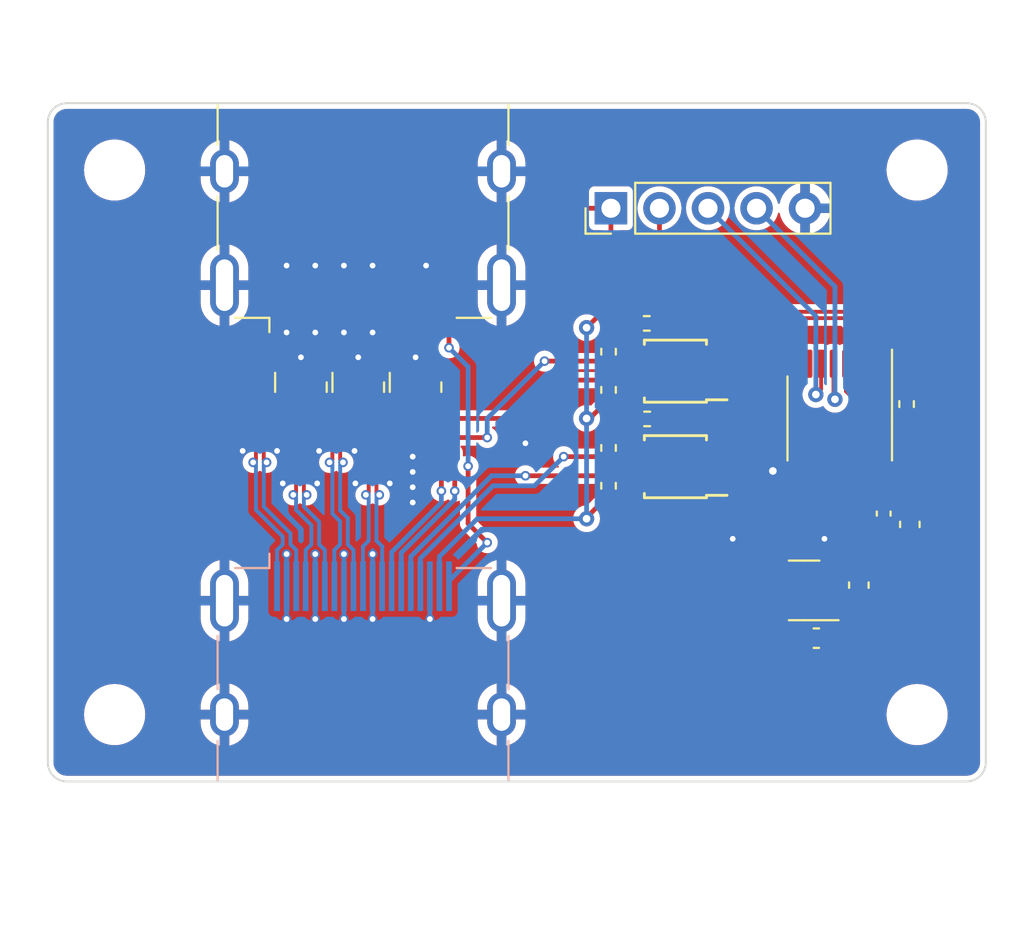
<source format=kicad_pcb>
(kicad_pcb (version 20221018) (generator pcbnew)
  (title_block (comment 4 "AISLER Project ID: YGPFGJUJ"))
  (layers (0 "F.Cu" signal) (1 "In1.Cu" power) (2 "In2.Cu" power) (31 "B.Cu" signal) (34 "B.Paste" user) (35 "F.Paste" user) (36 "B.SilkS" user "B.Silkscreen") (37 "F.SilkS" user "F.Silkscreen") (38 "B.Mask" user) (39 "F.Mask" user) (44 "Edge.Cuts" user))
  (net 0 "")
  (net 1 "+5V")
  (net 2 "GND")
  (net 3 "+3V3")
  (net 4 "Net-(J1-CEC)")
  (net 5 "Net-(J1-UTILITY)")
  (net 6 "Net-(J1-SCL)")
  (net 7 "Net-(J1-SDA)")
  (net 8 "Net-(J1-HPD)")
  (net 9 "Net-(J2-SCL)")
  (net 10 "Net-(J2-SDA)")
  (net 11 "Net-(J3-Pin_3)")
  (net 12 "Net-(J3-Pin_4)")
  (net 13 "Net-(U3-EN)")
  (net 14 "Net-(U4-EN)")
  (net 16 "Net-(U1-SDA_MST0)")
  (net 17 "Net-(U1-SCL_MST0)")
  (net 19 "Net-(U1-SCL_SLAVE)")
  (net 20 "Net-(U1-SDA_SLAVE)")
  (net 22 "Net-(J2-CEC)")
  (net 23 "Net-(J2-UTILITY)")
  (net 24 "Net-(U3-B1)")
  (net 25 "Net-(U3-B2)")
  (net 26 "Net-(U1-nRST)")
  (net 27 "/D2_A+")
  (net 28 "/D2_A-")
  (net 29 "/D1_A+")
  (net 30 "/D1_A-")
  (net 31 "/D0_A+")
  (net 32 "/D0_A-")
  (net 33 "/CK_A+")
  (net 34 "/CK_A-")
  (net 35 "/D2_B+")
  (net 36 "/D2_B-")
  (net 37 "/D1_B+")
  (net 38 "/D1_B-")
  (net 39 "/D0_B+")
  (net 40 "/D0_B-")
  (net 41 "/CK_B+")
  (net 42 "/CK_B-")
  (footprint "Resistor_SMD:R_0402_1005Metric" (layer "F.Cu") (at 99.85 62.045 90)
    (fp_text reference "R4" hide)
    (fp_text value "10k")
  )
  (footprint "Resistor_SMD:R_0402_1005Metric" (layer "F.Cu") (at 101.85 55.525)
    (fp_text reference "R1" hide)
    (fp_text value "10k")
  )
  (footprint "Resistor_SMD:R_0402_1005Metric" (layer "F.Cu") (at 99.85 59.005 -90)
    (fp_text reference "R6" hide)
    (fp_text value "10k")
  )
  (footprint "Package_DFN_QFN:Diodes_UDFN-10_1.0x2.5mm_P0.5mm" (layer "F.Cu") (at 89.75 58.6125 -90)
    (fp_text reference "U7" hide)
    (fp_text value "ESD224DQA" hide)
  )
  (footprint "Capacitor_SMD:C_0402_1005Metric" (layer "F.Cu") (at 114.25 65.48 90)
    (fp_text reference "C4" hide)
    (fp_text value "100n")
  )
  (footprint "MountingHole:MountingHole_2.7mm_M2.5_DIN965" (layer "F.Cu") (at 116 76)
    (fp_text reference "H3" hide)
    (fp_text value "MountingHole")
  )
  (footprint "Package_SO:TSSOP-8_3x3mm_P0.65mm" (layer "F.Cu") (at 103.35 63.025 180)
    (fp_text reference "U4" hide)
    (fp_text value "PCA9509")
  )
  (footprint "Resistor_SMD:R_0402_1005Metric" (layer "F.Cu") (at 99.85 64.025 -90)
    (fp_text reference "R3" hide)
    (fp_text value "10k")
  )
  (footprint "Capacitor_SMD:C_0603_1608Metric" (layer "F.Cu") (at 115.619638 66.046458 90)
    (fp_text reference "C3" hide)
    (fp_text value "1u")
  )
  (footprint "Resistor_SMD:R_0402_1005Metric" (layer "F.Cu") (at 115.45 59.75 90)
    (fp_text reference "R7" hide)
    (fp_text value "10k")
  )
  (footprint "MountingHole:MountingHole_2.7mm_M2.5_DIN965" (layer "F.Cu") (at 74 47.5)
    (fp_text reference "H1" hide)
    (fp_text value "MountingHole")
  )
  (footprint "Connector_PinHeader_2.54mm:PinHeader_1x05_P2.54mm_Vertical" (layer "F.Cu") (at 99.975 49.5 90)
    (fp_text reference "J3" hide)
    (fp_text value "Connector")
  )
  (footprint "Package_DFN_QFN:Diodes_UDFN-10_1.0x2.5mm_P0.5mm" (layer "F.Cu") (at 86.75 58.6125 -90)
    (fp_text reference "U6" hide)
    (fp_text value "ESD224DQA" hide)
  )
  (footprint "Package_SO:TSSOP-8_3x3mm_P0.65mm" (layer "F.Cu") (at 103.35 58.025 180)
    (fp_text reference "U3" hide)
    (fp_text value "PCA9509")
  )
  (footprint "Capacitor_SMD:C_0603_1608Metric" (layer "F.Cu") (at 110.725 72)
    (fp_text reference "C1" hide)
    (fp_text value "1u")
  )
  (footprint "Connector_HDMI:HDMI_A_Molex_208658-1001_Horizontal" (layer "F.Cu") (at 87 51 90)
    (fp_text reference "J1" hide)
    (fp_text value "HDMI_A")
  )
  (footprint "MountingHole:MountingHole_2.7mm_M2.5_DIN965" (layer "F.Cu") (at 116 47.5)
    (fp_text reference "H4" hide)
    (fp_text value "MountingHole")
  )
  (footprint "Resistor_SMD:R_0402_1005Metric" (layer "F.Cu") (at 101.87 60.525)
    (fp_text reference "R2" hide)
    (fp_text value "10k")
  )
  (footprint "Package_DFN_QFN:Diodes_UDFN-10_1.0x2.5mm_P0.5mm" (layer "F.Cu") (at 83.75 58.6125 -90)
    (fp_text reference "U5" hide)
    (fp_text value "ESD224DQA" hide)
  )
  (footprint "Package_SO:TSSOP-16_4.4x5mm_P0.65mm" (layer "F.Cu") (at 111.95 60.5 -90)
    (fp_text reference "U1" hide)
    (fp_text value "PCA9641")
  )
  (footprint "Capacitor_SMD:C_0603_1608Metric" (layer "F.Cu") (at 112.95 69.225 -90)
    (fp_text reference "C2" hide)
    (fp_text value "1u")
  )
  (footprint "Package_TO_SOT_SMD:SOT-23-3" (layer "F.Cu") (at 110.0875 69.5 180)
    (fp_text reference "U2" hide)
    (fp_text value "XC6206PxxxMR")
  )
  (footprint "Resistor_SMD:R_0402_1005Metric" (layer "F.Cu") (at 99.85 57.005 90)
    (fp_text reference "R5" hide)
    (fp_text value "10k")
  )
  (footprint "MountingHole:MountingHole_2.7mm_M2.5_DIN965" (layer "F.Cu") (at 74 76)
    (fp_text reference "H2" hide)
    (fp_text value "MountingHole")
  )
  (footprint "Connector_HDMI:HDMI_A_Molex_208658-1001_Horizontal" (layer "B.Cu") (at 87 72.565 -90)
    (fp_text reference "J2" hide)
    (fp_text value "HDMI_A")
  )
  (gr_arc (start 71.5 79.5) (mid 70.792917 79.207103) (end 70.5 78.5) (stroke (width 0.1)) (layer "Edge.Cuts"))
  (gr_line (start 71.5 44) (end 118.594116 44) (stroke (width 0.1)) (layer "Edge.Cuts"))
  (gr_arc (start 119.594116 78.5) (mid 119.301212 79.207092) (end 118.594116 79.5) (stroke (width 0.1)) (layer "Edge.Cuts"))
  (gr_line (start 119.594116 45) (end 119.594116 78.5) (stroke (width 0.1)) (layer "Edge.Cuts"))
  (gr_arc (start 70.5 45) (mid 70.792893 44.292893) (end 71.5 44) (stroke (width 0.1)) (layer "Edge.Cuts"))
  (gr_arc (start 118.594116 44) (mid 119.301212 44.292899) (end 119.594116 45) (stroke (width 0.1)) (layer "Edge.Cuts"))
  (gr_line (start 118.594116 79.5) (end 71.5 79.5) (stroke (width 0.1)) (layer "Edge.Cuts"))
  (gr_line (start 70.5 78.5) (end 70.5 45) (stroke (width 0.1)) (layer "Edge.Cuts"))
  (segment (start 99.975 54.3) (end 99.975 54.475) (width 0.25) (layer "F.Cu") (net 1))
  (segment (start 100.665 64.535) (end 101.2 64) (width 0.25) (layer "F.Cu") (net 1))
  (segment (start 98.7 60.5) (end 98.865 60.5) (width 0.25) (layer "F.Cu") (net 1))
  (segment (start 91 52.25) (end 92.825 50.425) (width 0.25) (layer "F.Cu") (net 1))
  (segment (start 96.9 49.5) (end 95.975 50.425) (width 0.25) (layer "F.Cu") (net 1))
  (segment (start 99.975 56.37) (end 99.85 56.495) (width 0.25) (layer "F.Cu") (net 1))
  (segment (start 99.85 59.515) (end 100.685 59.515) (width 0.25) (layer "F.Cu") (net 1))
  (segment (start 101.2 64) (end 106.7 69.5) (width 0.25) (layer "F.Cu") (net 1))
  (segment (start 99.975 49.5) (end 99.975 54.3) (width 0.25) (layer "F.Cu") (net 1))
  (segment (start 99.975 54.3) (end 99.975 56.37) (width 0.25) (layer "F.Cu") (net 1))
  (segment (start 100.685 59.515) (end 101.2 59) (width 0.25) (layer "F.Cu") (net 1))
  (segment (start 91 54.285) (end 91 52.25) (width 0.25) (layer "F.Cu") (net 1))
  (segment (start 106.7 69.5) (end 108.95 69.5) (width 0.25) (layer "F.Cu") (net 1))
  (segment (start 99.85 64.535) (end 100.665 64.535) (width 0.25) (layer "F.Cu") (net 1))
  (segment (start 98.7 65.75) (end 98.7 65.685) (width 0.25) (layer "F.Cu") (net 1))
  (segment (start 99.975 54.475) (end 98.7 55.75) (width 0.25) (layer "F.Cu") (net 1))
  (segment (start 108.95 71) (end 109.95 72) (width 0.25) (layer "F.Cu") (net 1))
  (segment (start 99.975 49.5) (end 96.9 49.5) (width 0.25) (layer "F.Cu") (net 1))
  (segment (start 108.95 69.5) (end 108.95 71) (width 0.25) (layer "F.Cu") (net 1))
  (segment (start 98.865 60.5) (end 99.85 59.515) (width 0.25) (layer "F.Cu") (net 1))
  (segment (start 95.975 50.425) (end 92.825 50.425) (width 0.25) (layer "F.Cu") (net 1))
  (segment (start 99.85 59.515) (end 99.85 61.535) (width 0.25) (layer "F.Cu") (net 1))
  (segment (start 98.7 65.685) (end 99.85 64.535) (width 0.25) (layer "F.Cu") (net 1))
  (via (at 98.7 55.75) (size 0.8) (drill 0.4) (layers "F.Cu" "B.Cu") (net 1))
  (via (at 98.7 65.75) (size 0.8) (drill 0.4) (layers "F.Cu" "B.Cu") (net 1))
  (via (at 98.7 60.5) (size 0.8) (drill 0.4) (layers "F.Cu" "B.Cu") (net 1))
  (segment (start 91 67.73) (end 92.98 65.75) (width 0.25) (layer "B.Cu") (net 1))
  (segment (start 91 69.28) (end 91 67.73) (width 0.25) (layer "B.Cu") (net 1))
  (segment (start 98.7 55.75) (end 98.7 60.5) (width 0.25) (layer "B.Cu") (net 1))
  (segment (start 98.7 60.5) (end 98.7 65.75) (width 0.25) (layer "B.Cu") (net 1))
  (segment (start 92.98 65.75) (end 98.7 65.75) (width 0.25) (layer "B.Cu") (net 1))
  (segment (start 108.5625 63.3625) (end 108.45 63.25) (width 0.25) (layer "F.Cu") (net 2))
  (segment (start 112.5 70.45) (end 112.95 70) (width 0.25) (layer "F.Cu") (net 2))
  (segment (start 87.5 54.285) (end 87.5 52.5) (width 0.25) (layer "F.Cu") (net 2))
  (segment (start 84.5 54.285) (end 84.5 56) (width 0.25) (layer "F.Cu") (net 2))
  (segment (start 89.75 59.025) (end 89.75 58.2625) (width 0.25) (layer "F.Cu") (net 2))
  (segment (start 86.75 59.025) (end 86.75 58.2625) (width 0.25) (layer "F.Cu") (net 2))
  (segment (start 111.225 70.45) (end 112.5 70.45) (width 0.25) (layer "F.Cu") (net 2))
  (segment (start 84.5 54.285) (end 84.5 52.5) (width 0.25) (layer "F.Cu") (net 2))
  (segment (start 109.675 63.3625) (end 108.5625 63.3625) (width 0.25) (layer "F.Cu") (net 2))
  (segment (start 87.5 54.285) (end 87.5 56) (width 0.25) (layer "F.Cu") (net 2))
  (segment (start 86 54.285) (end 86 56) (width 0.25) (layer "F.Cu") (net 2))
  (segment (start 90.5 52.7) (end 90.3 52.5) (width 0.25) (layer "F.Cu") (net 2))
  (segment (start 111.625 63.3625) (end 109.675 63.3625) (width 0.25) (layer "F.Cu") (net 2))
  (segment (start 83 54.285) (end 83 52.5) (width 0.25) (layer "F.Cu") (net 2))
  (segment (start 83.75 59.025) (end 83.75 58.2625) (width 0.25) (layer "F.Cu") (net 2))
  (segment (start 111.225 70.45) (end 111.225 71.725) (width 0.25) (layer "F.Cu") (net 2))
  (segment (start 89.75 58.2625) (end 89.75 57.3) (width 0.25) (layer "F.Cu") (net 2))
  (segment (start 90.5 54.285) (end 90.5 52.7) (width 0.25) (layer "F.Cu") (net 2))
  (segment (start 83 54.285) (end 83 56) (width 0.25) (layer "F.Cu") (net 2))
  (segment (start 83.75 58.2625) (end 83.75 57.3) (width 0.25) (layer "F.Cu") (net 2))
  (segment (start 86 54.285) (end 86 52.5) (width 0.25) (layer "F.Cu") (net 2))
  (segment (start 86.75 58.2625) (end 86.75 57.3) (width 0.25) (layer "F.Cu") (net 2))
  (via (at 89.6 64.9) (size 0.5) (drill 0.3) (layers "F.Cu" "B.Cu") (net 2))
  (via (at 86 56) (size 0.5) (drill 0.3) (layers "F.Cu" "B.Cu") (net 2))
  (via (at 83 52.5) (size 0.5) (drill 0.3) (layers "F.Cu" "B.Cu") (net 2))
  (via (at 82.8 63.9) (size 0.5) (drill 0.3) (layers "F.Cu" "B.Cu") (net 2))
  (via (at 86 67.6) (size 0.5) (drill 0.3) (layers "F.Cu" "B.Cu") (net 2))
  (via (at 82.5 62.2) (size 0.5) (drill 0.3) (layers "F.Cu" "B.Cu") (net 2))
  (via (at 88.4 63.9) (size 0.5) (drill 0.3) (layers "F.Cu" "B.Cu") (net 2))
  (via (at 89.6 64.1) (size 0.5) (drill 0.3) (layers "F.Cu" "B.Cu") (net 2))
  (via (at 87.5 52.5) (size 0.5) (drill 0.3) (layers "F.Cu" "B.Cu") (net 2))
  (via (at 80.7 62.2) (size 0.5) (drill 0.3) (layers "F.Cu" "B.Cu") (net 2))
  (via (at 83.75 57.3) (size 0.5) (drill 0.3) (layers "F.Cu" "B.Cu") (net 2))
  (via (at 86.75 57.3) (size 0.5) (drill 0.3) (layers "F.Cu" "B.Cu") (net 2))
  (via (at 87.5 56) (size 0.5) (drill 0.3) (layers "F.Cu" "B.Cu") (net 2))
  (via (at 95.5 61.8) (size 0.5) (drill 0.3) (layers "F.Cu" "B.Cu") (net 2))
  (via (at 89.75 57.3) (size 0.5) (drill 0.3) (layers "F.Cu" "B.Cu") (net 2))
  (via (at 84.5 67.6) (size 0.5) (drill 0.3) (layers "F.Cu" "B.Cu") (net 2))
  (via (at 106.35 66.8) (size 0.5) (drill 0.3) (layers "F.Cu" "B.Cu") (net 2))
  (via (at 84.5 71) (size 0.5) (drill 0.3) (layers "F.Cu" "B.Cu") (net 2))
  (via (at 86 52.5) (size 0.5) (drill 0.3) (layers "F.Cu" "B.Cu") (net 2))
  (via (at 90.5 71) (size 0.5) (drill 0.3) (layers "F.Cu" "B.Cu") (net 2))
  (via (at 89.6 62.5) (size 0.5) (drill 0.3) (layers "F.Cu" "B.Cu") (net 2))
  (via (at 84.5 56) (size 0.5) (drill 0.3) (layers "F.Cu" "B.Cu") (net 2))
  (via (at 84.5 52.5) (size 0.5) (drill 0.3) (layers "F.Cu" "B.Cu") (net 2))
  (via (at 86.6 63.9) (size 0.5) (drill 0.3) (layers "F.Cu" "B.Cu") (net 2))
  (via (at 86 71) (size 0.5) (drill 0.3) (layers "F.Cu" "B.Cu") (net 2))
  (via (at 90.3 52.5) (size 0.5) (drill 0.3) (layers "F.Cu" "B.Cu") (net 2))
  (via (at 111.15 66.8) (size 0.5) (drill 0.3) (layers "F.Cu" "B.Cu") (net 2))
  (via (at 87.5 71) (size 0.5) (drill 0.3) (layers "F.Cu" "B.Cu") (net 2))
  (via (at 83 67.6) (size 0.5) (drill 0.3) (layers "F.Cu" "B.Cu") (net 2))
  (via (at 83 71) (size 0.5) (drill 0.3) (layers "F.Cu" "B.Cu") (net 2))
  (via (at 84.7 62.2) (size 0.5) (drill 0.3) (layers "F.Cu" "B.Cu") (net 2))
  (via (at 89.6 63.3) (size 0.5) (drill 0.3) (layers "F.Cu" "B.Cu") (net 2))
  (via (at 86.555762 62.2) (size 0.5) (drill 0.3) (layers "F.Cu" "B.Cu") (net 2))
  (via (at 87.5 67.6) (size 0.5) (drill 0.3) (layers "F.Cu" "B.Cu") (net 2))
  (via (at 84.6 63.9) (size 0.5) (drill 0.3) (layers "F.Cu" "B.Cu") (net 2))
  (via (at 83 56) (size 0.5) (drill 0.3) (layers "F.Cu" "B.Cu") (net 2))
  (via (at 108.45 63.25) (size 0.8) (drill 0.4) (layers "F.Cu" "B.Cu") (net 2))
  (segment (start 90.5 69.28) (end 90.5 71) (width 0.25) (layer "B.Cu") (net 2))
  (segment (start 84.5 69.28) (end 84.5 71) (width 0.25) (layer "B.Cu") (net 2))
  (segment (start 86 67.6) (end 86 69.28) (width 0.25) (layer "B.Cu") (net 2))
  (segment (start 83 69.28) (end 83 67.6) (width 0.25) (layer "B.Cu") (net 2))
  (segment (start 87.5 67.6) (end 87.5 69.28) (width 0.25) (layer "B.Cu") (net 2))
  (segment (start 86 69.28) (end 86 71) (width 0.25) (layer "B.Cu") (net 2))
  (segment (start 84.5 67.6) (end 84.5 69.28) (width 0.25) (layer "B.Cu") (net 2))
  (segment (start 87.5 69.28) (end 87.5 71) (width 0.25) (layer "B.Cu") (net 2))
  (segment (start 83 69.28) (end 83 71) (width 0.25) (layer "B.Cu") (net 2))
  (segment (start 114.25 65) (end 115.34818 65) (width 0.25) (layer "F.Cu") (net 3))
  (segment (start 114.225 63.3625) (end 114.225 61.485) (width 0.25) (layer "F.Cu") (net 3))
  (segment (start 102.36 57) (end 102.36 60.505) (width 0.25) (layer "F.Cu") (net 3))
  (segment (start 102.38 63.18) (end 102.38 60.525) (width 0.25) (layer "F.Cu") (net 3))
  (segment (start 102.515 55.37) (end 102.36 55.525) (width 0.25) (layer "F.Cu") (net 3))
  (segment (start 111.225 68.55) (end 110.5 68.55) (width 0.25) (layer "F.Cu") (net 3))
  (segment (start 111.225 68.55) (end 112.85 68.55) (width 0.25) (layer "F.Cu") (net 3))
  (segment (start 112.95 66.292391) (end 114.242391 65) (width 0.25) (layer "F.Cu") (net 3))
  (segment (start 112.95 68.45) (end 112.95 66.292391) (width 0.25) (layer "F.Cu") (net 3))
  (segment (start 103.2 64) (end 102.38 63.18) (width 0.25) (layer "F.Cu") (net 3))
  (segment (start 102.36 55.525) (end 102.36 57) (width 0.25) (layer "F.Cu") (net 3))
  (segment (start 105.95 64) (end 105.5 64) (width 0.25) (layer "F.Cu") (net 3))
  (segment (start 110.5 68.55) (end 105.95 64) (width 0.25) (layer "F.Cu") (net 3))
  (segment (start 104.2 59) (end 105.5 59) (width 0.25) (layer "F.Cu") (net 3))
  (segment (start 105.5 64) (end 103.2 64) (width 0.25) (layer "F.Cu") (net 3))
  (segment (start 114.225 63.3625) (end 114.225 64.975) (width 0.25) (layer "F.Cu") (net 3))
  (segment (start 102.36 57.16) (end 104.2 59) (width 0.25) (layer "F.Cu") (net 3))
  (segment (start 102.36 57) (end 102.36 57.16) (width 0.25) (layer "F.Cu") (net 3))
  (segment (start 114.225 61.485) (end 115.45 60.26) (width 0.25) (layer "F.Cu") (net 3))
  (segment (start 102.515 49.5) (end 102.515 55.37) (width 0.25) (layer "F.Cu") (net 3))
  (segment (start 88.75 58.225) (end 88.75 57) (width 0.2032) (layer "F.Cu") (net 4))
  (segment (start 88.75 57) (end 88.5 56.75) (width 0.2032) (layer "F.Cu") (net 4))
  (segment (start 88.5 56.75) (end 88.5 54.285) (width 0.2032) (layer "F.Cu") (net 4))
  (segment (start 89.25 58.225) (end 89.25 57) (width 0.2032) (layer "F.Cu") (net 5))
  (segment (start 89.25 57) (end 89 56.75) (width 0.2032) (layer "F.Cu") (net 5))
  (segment (start 89 56.75) (end 89 54.285) (width 0.2032) (layer "F.Cu") (net 5))
  (segment (start 89.5 56.25) (end 90.25 57) (width 0.2032) (layer "F.Cu") (net 6))
  (segment (start 89.5 54.285) (end 89.5 56.25) (width 0.2032) (layer "F.Cu") (net 6))
  (segment (start 90.25 57) (end 90.25 58.225) (width 0.2032) (layer "F.Cu") (net 6))
  (segment (start 90 54.285) (end 90 56.25) (width 0.2032) (layer "F.Cu") (net 7))
  (segment (start 90 56.25) (end 90.75 57) (width 0.2032) (layer "F.Cu") (net 7))
  (segment (start 90.75 57) (end 90.75 58.225) (width 0.2032) (layer "F.Cu") (net 7))
  (segment (start 92.5 66) (end 92.5 63) (width 0.25) (layer "F.Cu") (net 8))
  (segment (start 91.5 54.285) (end 91.5 56.8) (width 0.25) (layer "F.Cu") (net 8))
  (segment (start 93.5 67) (end 92.5 66) (width 0.25) (layer "F.Cu") (net 8))
  (via (at 91.5 56.8) (size 0.5) (drill 0.3) (layers "F.Cu" "B.Cu") (net 8))
  (via (at 93.5 67) (size 0.5) (drill 0.3) (layers "F.Cu" "B.Cu") (net 8))
  (via (at 92.5 63) (size 0.5) (drill 0.3) (layers "F.Cu" "B.Cu") (net 8))
  (segment (start 91.5 69) (end 93.5 67) (width 0.25) (layer "B.Cu") (net 8))
  (segment (start 92.5 63) (end 92.5 57.8) (width 0.25) (layer "B.Cu") (net 8))
  (segment (start 91.5 69.28) (end 91.5 69) (width 0.25) (layer "B.Cu") (net 8))
  (segment (start 92.5 57.8) (end 91.5 56.8) (width 0.25) (layer "B.Cu") (net 8))
  (segment (start 99.835 63.5) (end 99.85 63.515) (width 0.25) (layer "F.Cu") (net 9))
  (segment (start 101.2 63.35) (end 100.015 63.35) (width 0.25) (layer "F.Cu") (net 9))
  (segment (start 95.5 63.5) (end 99.835 63.5) (width 0.25) (layer "F.Cu") (net 9))
  (segment (start 100.015 63.35) (end 99.85 63.515) (width 0.25) (layer "F.Cu") (net 9))
  (via (at 95.5 63.5) (size 0.5) (drill 0.3) (layers "F.Cu" "B.Cu") (net 9))
  (segment (start 89.5 67.73) (end 93.73 63.5) (width 0.25) (layer "B.Cu") (net 9))
  (segment (start 89.5 69.28) (end 89.5 67.73) (width 0.25) (layer "B.Cu") (net 9))
  (segment (start 93.73 63.5) (end 95.5 63.5) (width 0.25) (layer "B.Cu") (net 9))
  (segment (start 101.2 62.7) (end 99.995 62.7) (width 0.25) (layer "F.Cu") (net 10))
  (segment (start 97.5 62.5) (end 99.795 62.5) (width 0.25) (layer "F.Cu") (net 10))
  (segment (start 99.795 62.5) (end 99.85 62.555) (width 0.25) (layer "F.Cu") (net 10))
  (via (at 97.5 62.5) (size 0.5) (drill 0.3) (layers "F.Cu" "B.Cu") (net 10))
  (segment (start 90 69.28) (end 90 67.826) (width 0.25) (layer "B.Cu") (net 10))
  (segment (start 93.801 64.025) (end 95.975 64.025) (width 0.25) (layer "B.Cu") (net 10))
  (segment (start 95.975 64.025) (end 97.5 62.5) (width 0.25) (layer "B.Cu") (net 10))
  (segment (start 90 67.826) (end 93.801 64.025) (width 0.25) (layer "B.Cu") (net 10))
  (segment (start 110.975 57.6375) (end 110.975 58.975) (width 0.2032) (layer "F.Cu") (net 11))
  (segment (start 110.975 58.975) (end 110.7 59.25) (width 0.2032) (layer "F.Cu") (net 11))
  (via (at 110.7 59.25) (size 0.8) (drill 0.4) (layers "F.Cu" "B.Cu") (net 11))
  (segment (start 110.7 55.145) (end 105.055 49.5) (width 0.25) (layer "B.Cu") (net 11))
  (segment (start 110.7 59.25) (end 110.7 55.145) (width 0.25) (layer "B.Cu") (net 11))
  (segment (start 111.625 59.425) (end 111.7 59.5) (width 0.2032) (layer "F.Cu") (net 12))
  (segment (start 111.625 57.6375) (end 111.625 59.425) (width 0.2032) (layer "F.Cu") (net 12))
  (via (at 111.7 59.5) (size 0.8) (drill 0.4) (layers "F.Cu" "B.Cu") (net 12))
  (segment (start 111.7 53.605) (end 111.7 59.5) (width 0.25) (layer "B.Cu") (net 12))
  (segment (start 107.595 49.5) (end 111.7 53.605) (width 0.25) (layer "B.Cu") (net 12))
  (segment (start 101.2 57.05) (end 101.2 55.665) (width 0.25) (layer "F.Cu") (net 13))
  (segment (start 101.2 62.05) (end 101.2 60.685) (width 0.25) (layer "F.Cu") (net 14))
  (segment (start 101.2 60.685) (end 101.36 60.525) (width 0.25) (layer "F.Cu") (net 14))
  (segment (start 106.25 57.7) (end 105.5 57.7) (width 0.2032) (layer "F.Cu") (net 16))
  (segment (start 112.3698 54.9198) (end 109.0302 54.9198) (width 0.2032) (layer "F.Cu") (net 16))
  (segment (start 109.0302 54.9198) (end 106.25 57.7) (width 0.2032) (layer "F.Cu") (net 16))
  (segment (start 113.575 57.6375) (end 113.575 56.125) (width 0.2032) (layer "F.Cu") (net 16))
  (segment (start 113.575 56.125) (end 112.3698 54.9198) (width 0.2032) (layer "F.Cu") (net 16))
  (segment (start 112.925 57.6375) (end 112.925 55.975) (width 0.2032) (layer "F.Cu") (net 17))
  (segment (start 106.35 58.35) (end 109.45 55.25) (width 0.2032) (layer "F.Cu") (net 17))
  (segment (start 105.5 58.35) (end 106.35 58.35) (width 0.2032) (layer "F.Cu") (net 17))
  (segment (start 112.925 55.975) (end 112.2 55.25) (width 0.2032) (layer "F.Cu") (net 17))
  (segment (start 112.2 55.25) (end 109.45 55.25) (width 0.2032) (layer "F.Cu") (net 17))
  (segment (start 111.95 65.25) (end 112.275 64.925) (width 0.25) (layer "F.Cu") (net 19))
  (segment (start 108.95 65.25) (end 111.95 65.25) (width 0.25) (layer "F.Cu") (net 19))
  (segment (start 105.5 62.7) (end 106.4 62.7) (width 0.25) (layer "F.Cu") (net 19))
  (segment (start 112.275 64.925) (end 112.275 63.3625) (width 0.25) (layer "F.Cu") (net 19))
  (segment (start 106.4 62.7) (end 108.95 65.25) (width 0.25) (layer "F.Cu") (net 19))
  (segment (start 112.136396 65.7) (end 108.65 65.7) (width 0.25) (layer "F.Cu") (net 20))
  (segment (start 112.925 63.3625) (end 112.925 64.911396) (width 0.25) (layer "F.Cu") (net 20))
  (segment (start 106.3 63.35) (end 105.5 63.35) (width 0.25) (layer "F.Cu") (net 20))
  (segment (start 112.925 64.911396) (end 112.136396 65.7) (width 0.25) (layer "F.Cu") (net 20))
  (segment (start 108.65 65.7) (end 106.3 63.35) (width 0.25) (layer "F.Cu") (net 20))
  (segment (start 88.75 59) (end 88.75 59.9) (width 0.25) (layer "F.Cu") (net 22))
  (segment (start 91.1 64.3) (end 91.1 62.25) (width 0.25) (layer "F.Cu") (net 22))
  (segment (start 91.1 62.25) (end 88.75 59.9) (width 0.25) (layer "F.Cu") (net 22))
  (via (at 91.1 64.3) (size 0.5) (drill 0.3) (layers "F.Cu" "B.Cu") (net 22))
  (segment (start 91.1 64.9) (end 91.1 64.3) (width 0.25) (layer "B.Cu") (net 22))
  (segment (start 89.5 66.5) (end 91.1 64.9) (width 0.25) (layer "B.Cu") (net 22))
  (segment (start 88.5 69.28) (end 88.5 67.5) (width 0.25) (layer "B.Cu") (net 22))
  (segment (start 88.5 67.5) (end 89.5 66.5) (width 0.25) (layer "B.Cu") (net 22))
  (segment (start 89.25 59.75) (end 91.8 62.3) (width 0.25) (layer "F.Cu") (net 23))
  (segment (start 91.8 62.3) (end 91.8 64.3) (width 0.25) (layer "F.Cu") (net 23))
  (segment (start 89.25 59) (end 89.25 59.75) (width 0.25) (layer "F.Cu") (net 23))
  (via (at 91.8 64.3) (size 0.5) (drill 0.3) (layers "F.Cu" "B.Cu") (net 23))
  (segment (start 91.8 64.3) (end 91.8 64.733158) (width 0.25) (layer "B.Cu") (net 23))
  (segment (start 91.8 64.733158) (end 89 67.533158) (width 0.25) (layer "B.Cu") (net 23))
  (segment (start 89 67.533158) (end 89 69.28) (width 0.25) (layer "B.Cu") (net 23))
  (segment (start 99.835 57.5) (end 99.85 57.515) (width 0.25) (layer "F.Cu") (net 24))
  (segment (start 91.966842 61.5) (end 93.5 61.5) (width 0.25) (layer "F.Cu") (net 24))
  (segment (start 96.5 57.5) (end 99.835 57.5) (width 0.25) (layer "F.Cu") (net 24))
  (segment (start 101.2 57.7) (end 100.035 57.7) (width 0.25) (layer "F.Cu") (net 24))
  (segment (start 90.25 59) (end 90.25 59.783158) (width 0.25) (layer "F.Cu") (net 24))
  (segment (start 90.25 59.783158) (end 91.966842 61.5) (width 0.25) (layer "F.Cu") (net 24))
  (segment (start 100.035 57.7) (end 99.85 57.515) (width 0.25) (layer "F.Cu") (net 24))
  (via (at 96.5 57.5) (size 0.5) (drill 0.3) (layers "F.Cu" "B.Cu") (net 24))
  (via (at 93.5 61.5) (size 0.5) (drill 0.3) (layers "F.Cu" "B.Cu") (net 24))
  (segment (start 93.5 61.5) (end 93.5 60.5) (width 0.25) (layer "B.Cu") (net 24))
  (segment (start 93.5 60.5) (end 96.5 57.5) (width 0.25) (layer "B.Cu") (net 24))
  (segment (start 99.85 58.495) (end 97.005 58.495) (width 0.25) (layer "F.Cu") (net 25))
  (segment (start 91.5 60.5) (end 90.75 59.75) (width 0.25) (layer "F.Cu") (net 25))
  (segment (start 101.2 58.35) (end 99.995 58.35) (width 0.25) (layer "F.Cu") (net 25))
  (segment (start 95 60.5) (end 91.5 60.5) (width 0.25) (layer "F.Cu") (net 25))
  (segment (start 90.75 59.75) (end 90.75 59) (width 0.25) (layer "F.Cu") (net 25))
  (segment (start 97.005 58.495) (end 95 60.5) (width 0.25) (layer "F.Cu") (net 25))
  (segment (start 112.44 59.24) (end 112.275 59.075) (width 0.2032) (layer "F.Cu") (net 26))
  (segment (start 112.275 59.075) (end 112.275 57.6375) (width 0.2032) (layer "F.Cu") (net 26))
  (segment (start 115.45 59.24) (end 112.44 59.24) (width 0.2032) (layer "F.Cu") (net 26))
  (segment (start 82.5 56.235001) (end 82.7968 56.531801) (width 0.2032) (layer "F.Cu") (net 27))
  (segment (start 82.7968 56.531801) (end 82.7968 57.709449) (width 0.2032) (layer "F.Cu") (net 27))
  (segment (start 82.7968 57.709449) (end 82.75 57.756249) (width 0.2032) (layer "F.Cu") (net 27))
  (segment (start 82.5 54.285) (end 82.5 56.235001) (width 0.2032) (layer "F.Cu") (net 27))
  (segment (start 82.75 57.756249) (end 82.75 58.225) (width 0.2032) (layer "F.Cu") (net 27))
  (segment (start 83.2032 56.531801) (end 83.2032 57.709449) (width 0.2032) (layer "F.Cu") (net 28))
  (segment (start 83.2032 57.709449) (end 83.25 57.756249) (width 0.2032) (layer "F.Cu") (net 28))
  (segment (start 83.5 54.285) (end 83.5 56.235001) (width 0.2032) (layer "F.Cu") (net 28))
  (segment (start 83.5 56.235001) (end 83.2032 56.531801) (width 0.2032) (layer "F.Cu") (net 28))
  (segment (start 83.25 57.756249) (end 83.25 58.225) (width 0.2032) (layer "F.Cu") (net 28))
  (segment (start 84.25 57.756249) (end 84.25 58.225) (width 0.2032) (layer "F.Cu") (net 29))
  (segment (start 84.2968 56.531801) (end 84.2968 57.709449) (width 0.2032) (layer "F.Cu") (net 29))
  (segment (start 84.2968 57.709449) (end 84.25 57.756249) (width 0.2032) (layer "F.Cu") (net 29))
  (segment (start 84 56.235001) (end 84.2968 56.531801) (width 0.2032) (layer "F.Cu") (net 29))
  (segment (start 84 54.285) (end 84 56.235001) (width 0.2032) (layer "F.Cu") (net 29))
  (segment (start 84.7032 56.531801) (end 84.7032 57.709449) (width 0.2032) (layer "F.Cu") (net 30))
  (segment (start 84.7032 57.709449) (end 84.75 57.756249) (width 0.2032) (layer "F.Cu") (net 30))
  (segment (start 85 56.235001) (end 84.7032 56.531801) (width 0.2032) (layer "F.Cu") (net 30))
  (segment (start 84.75 57.756249) (end 84.75 58.225) (width 0.2032) (layer "F.Cu") (net 30))
  (segment (start 85 54.285) (end 85 56.235001) (width 0.2032) (layer "F.Cu") (net 30))
  (segment (start 85.7968 56.531801) (end 85.7968 57.709449) (width 0.2032) (layer "F.Cu") (net 31))
  (segment (start 85.75 57.756249) (end 85.75 58.225) (width 0.2032) (layer "F.Cu") (net 31))
  (segment (start 85.5 54.285) (end 85.5 56.235001) (width 0.2032) (layer "F.Cu") (net 31))
  (segment (start 85.5 56.235001) (end 85.7968 56.531801) (width 0.2032) (layer "F.Cu") (net 31))
  (segment (start 85.7968 57.709449) (end 85.75 57.756249) (width 0.2032) (layer "F.Cu") (net 31))
  (segment (start 86.5 54.285) (end 86.5 56.235001) (width 0.2032) (layer "F.Cu") (net 32))
  (segment (start 86.25 57.756249) (end 86.25 58.225) (width 0.2032) (layer "F.Cu") (net 32))
  (segment (start 86.2032 56.531801) (end 86.2032 57.709449) (width 0.2032) (layer "F.Cu") (net 32))
  (segment (start 86.2032 57.709449) (end 86.25 57.756249) (width 0.2032) (layer "F.Cu") (net 32))
  (segment (start 86.5 56.235001) (end 86.2032 56.531801) (width 0.2032) (layer "F.Cu") (net 32))
  (segment (start 87.2968 56.531801) (end 87.2968 57.709449) (width 0.2032) (layer "F.Cu") (net 33))
  (segment (start 87.2968 57.709449) (end 87.25 57.756249) (width 0.2032) (layer "F.Cu") (net 33))
  (segment (start 87 54.285) (end 87 56.235001) (width 0.2032) (layer "F.Cu") (net 33))
  (segment (start 87.25 57.756249) (end 87.25 58.225) (width 0.2032) (layer "F.Cu") (net 33))
  (segment (start 87 56.235001) (end 87.2968 56.531801) (width 0.2032) (layer "F.Cu") (net 33))
  (segment (start 88 56.235001) (end 87.7032 56.531801) (width 0.2032) (layer "F.Cu") (net 34))
  (segment (start 88 54.285) (end 88 56.235001) (width 0.2032) (layer "F.Cu") (net 34))
  (segment (start 87.7032 57.709449) (end 87.75 57.756249) (width 0.2032) (layer "F.Cu") (net 34))
  (segment (start 87.75 57.756249) (end 87.75 58.225) (width 0.2032) (layer "F.Cu") (net 34))
  (segment (start 87.7032 56.531801) (end 87.7032 57.709449) (width 0.2032) (layer "F.Cu") (net 34))
  (segment (start 82.75 59) (end 82.796799 59.046799) (width 0.2032) (layer "F.Cu") (net 35))
  (segment (start 81.395911 62.652489) (end 81.2484 62.8) (width 0.204978) (layer "F.Cu") (net 35))
  (segment (start 82.795911 59.915463) (end 81.395911 61.315463) (width 0.203708) (layer "F.Cu") (net 35))
  (segment (start 82.75 59.468751) (end 82.795911 59.514662) (width 0.204978) (layer "F.Cu") (net 35))
  (segment (start 82.795911 59.514662) (end 82.795911 59.915463) (width 0.203708) (layer "F.Cu") (net 35))
  (segment (start 82.75 59) (end 82.75 59.468751) (width 0.203708) (layer "F.Cu") (net 35))
  (segment (start 81.395911 61.315463) (end 81.395911 62.652489) (width 0.203708) (layer "F.Cu") (net 35))
  (via (at 81.2484 62.8) (size 0.5) (drill 0.3) (layers "F.Cu" "B.Cu") (net 35))
  (segment (start 82.795911 66.684537) (end 82.795911 67.093462) (width 0.203708) (layer "B.Cu") (net 35))
  (segment (start 81.395911 65.284537) (end 82.795911 66.684537) (width 0.203708) (layer "B.Cu") (net 35))
  (segment (start 82.497511 67.391862) (end 82.497511 67.808138) (width 0.203708) (layer "B.Cu") (net 35))
  (segment (start 82.5 67.810627) (end 82.5 69.28) (width 0.203708) (layer "B.Cu") (net 35))
  (segment (start 81.2484 62.8) (end 81.395911 62.947511) (width 0.204978) (layer "B.Cu") (net 35))
  (segment (start 82.795911 67.093462) (end 82.497511 67.391862) (width 0.203708) (layer "B.Cu") (net 35))
  (segment (start 82.497511 67.808138) (end 82.5 67.810627) (width 0.204978) (layer "B.Cu") (net 35))
  (segment (start 81.395911 62.947511) (end 81.395911 65.284537) (width 0.203708) (layer "B.Cu") (net 35))
  (segment (start 83.25 59.468751) (end 83.204089 59.514662) (width 0.203708) (layer "F.Cu") (net 36))
  (segment (start 83.25 59) (end 83.203201 59.046799) (width 0.2032) (layer "F.Cu") (net 36))
  (segment (start 83.25 59) (end 83.25 59.468751) (width 0.203708) (layer "F.Cu") (net 36))
  (segment (start 81.804089 62.652489) (end 81.9516 62.8) (width 0.204978) (layer "F.Cu") (net 36))
  (segment (start 83.204089 60.084537) (end 81.804089 61.484537) (width 0.203708) (layer "F.Cu") (net 36))
  (segment (start 83.204089 59.514662) (end 83.204089 60.084537) (width 0.203708) (layer "F.Cu") (net 36))
  (segment (start 81.804089 61.484537) (end 81.804089 62.652489) (width 0.203708) (layer "F.Cu") (net 36))
  (via (at 81.9516 62.8) (size 0.5) (drill 0.3) (layers "F.Cu" "B.Cu") (net 36))
  (segment (start 81.804089 62.947511) (end 81.804089 65.115463) (width 0.203708) (layer "B.Cu") (net 36))
  (segment (start 83.5 67.810627) (end 83.5 69.28) (width 0.203708) (layer "B.Cu") (net 36))
  (segment (start 83.204089 66.515463) (end 83.204089 67.093462) (width 0.203708) (layer "B.Cu") (net 36))
  (segment (start 83.502489 67.808138) (end 83.5 67.810627) (width 0.204978) (layer "B.Cu") (net 36))
  (segment (start 81.804089 65.115463) (end 83.204089 66.515463) (width 0.203708) (layer "B.Cu") (net 36))
  (segment (start 83.204089 67.093462) (end 83.502489 67.391862) (width 0.203708) (layer "B.Cu") (net 36))
  (segment (start 83.502489 67.391862) (end 83.502489 67.808138) (width 0.203708) (layer "B.Cu") (net 36))
  (segment (start 81.9516 62.8) (end 81.804089 62.947511) (width 0.204978) (layer "B.Cu") (net 36))
  (segment (start 84.295911 59.514662) (end 84.295911 60.615463) (width 0.203708) (layer "F.Cu") (net 37))
  (segment (start 84.25 59) (end 84.25 59.468751) (width 0.203708) (layer "F.Cu") (net 37))
  (segment (start 83.495911 61.415463) (end 83.495911 64.352489) (width 0.203708) (layer "F.Cu") (net 37))
  (segment (start 84.25 59.468751) (end 84.295911 59.514662) (width 0.204978) (layer "F.Cu") (net 37))
  (segment (start 84.295911 60.615463) (end 83.495911 61.415463) (width 0.203708) (layer "F.Cu") (net 37))
  (segment (start 83.495911 64.352489) (end 83.3484 64.5) (width 0.204978) (layer "F.Cu") (net 37))
  (via (at 83.3484 64.5) (size 0.5) (drill 0.3) (layers "F.Cu" "B.Cu") (net 37))
  (segment (start 84 67.810627) (end 84 69.28) (width 0.203708) (layer "B.Cu") (net 37))
  (segment (start 83.997511 67.808138) (end 84 67.810627) (width 0.204978) (layer "B.Cu") (net 37))
  (segment (start 84.295911 67.093462) (end 83.997511 67.391862) (width 0.203708) (layer "B.Cu") (net 37))
  (segment (start 83.3484 64.5) (end 83.495911 64.647511) (width 0.204978) (layer "B.Cu") (net 37))
  (segment (start 84.295911 66.084537) (end 84.295911 67.093462) (width 0.203708) (layer "B.Cu") (net 37))
  (segment (start 83.997511 67.391862) (end 83.997511 67.808138) (width 0.203708) (layer "B.Cu") (net 37))
  (segment (start 83.495911 65.284537) (end 84.295911 66.084537) (width 0.203708) (layer "B.Cu") (net 37))
  (segment (start 83.495911 64.647511) (end 83.495911 65.284537) (width 0.203708) (layer "B.Cu") (net 37))
  (segment (start 84.75 59.468751) (end 84.704089 59.514662) (width 0.204978) (layer "F.Cu") (net 38))
  (segment (start 83.904089 64.352489) (end 84.0516 64.5) (width 0.204978) (layer "F.Cu") (net 38))
  (segment (start 84.75 59) (end 84.75 59.468751) (width 0.203708) (layer "F.Cu") (net 38))
  (segment (start 84.704089 60.784537) (end 83.904089 61.584537) (width 0.203708) (layer "F.Cu") (net 38))
  (segment (start 84.704089 59.514662) (end 84.704089 60.784537) (width 0.203708) (layer "F.Cu") (net 38))
  (segment (start 83.904089 61.584537) (end 83.904089 64.352489) (width 0.203708) (layer "F.Cu") (net 38))
  (via (at 84.0516 64.5) (size 0.5) (drill 0.3) (layers "F.Cu" "B.Cu") (net 38))
  (segment (start 84.0516 64.5) (end 83.904089 64.647511) (width 0.204978) (layer "B.Cu") (net 38))
  (segment (start 85.002489 67.808138) (end 85 67.810627) (width 0.204978) (layer "B.Cu") (net 38))
  (segment (start 84.704089 65.915463) (end 84.704089 67.093462) (width 0.203708) (layer "B.Cu") (net 38))
  (segment (start 83.904089 64.647511) (end 83.904089 65.115463) (width 0.203708) (layer "B.Cu") (net 38))
  (segment (start 85 67.810627) (end 85 69.28) (width 0.203708) (layer "B.Cu") (net 38))
  (segment (start 84.704089 67.093462) (end 85.002489 67.391862) (width 0.203708) (layer "B.Cu") (net 38))
  (segment (start 83.904089 65.115463) (end 84.704089 65.915463) (width 0.203708) (layer "B.Cu") (net 38))
  (segment (start 85.002489 67.391862) (end 85.002489 67.808138) (width 0.203708) (layer "B.Cu") (net 38))
  (segment (start 85.395911 62.652489) (end 85.2484 62.8) (width 0.204978) (layer "F.Cu") (net 39))
  (segment (start 85.75 59.468751) (end 85.795911 59.514662) (width 0.204978) (layer "F.Cu") (net 39))
  (segment (start 85.795911 59.514662) (end 85.795911 60.215463) (width 0.203708) (layer "F.Cu") (net 39))
  (segment (start 85.795911 60.215463) (end 85.395911 60.615463) (width 0.203708) (layer "F.Cu") (net 39))
  (segment (start 85.395911 60.615463) (end 85.395911 62.652489) (width 0.203708) (layer "F.Cu") (net 39))
  (segment (start 85.75 59) (end 85.75 59.468751) (width 0.203708) (layer "F.Cu") (net 39))
  (segment (start 85.75 59) (end 85.796799 59.046799) (width 0.2032) (layer "F.Cu") (net 39))
  (via (at 85.2484 62.8) (size 0.5) (drill 0.3) (layers "F.Cu" "B.Cu") (net 39))
  (segment (start 85.2484 62.8) (end 85.395911 62.947511) (width 0.204978) (layer "B.Cu") (net 39))
  (segment (start 85.395911 65.484537) (end 85.795911 65.884537) (width 0.203708) (layer "B.Cu") (net 39))
  (segment (start 85.497511 67.808138) (end 85.5 67.810627) (width 0.204978) (layer "B.Cu") (net 39))
  (segment (start 85.497511 67.391862) (end 85.497511 67.808138) (width 0.203708) (layer "B.Cu") (net 39))
  (segment (start 85.395911 62.947511) (end 85.395911 65.484537) (width 0.203708) (layer "B.Cu") (net 39))
  (segment (start 85.795911 67.093462) (end 85.497511 67.391862) (width 0.203708) (layer "B.Cu") (net 39))
  (segment (start 85.795911 65.884537) (end 85.795911 67.093462) (width 0.203708) (layer "B.Cu") (net 39))
  (segment (start 85.5 67.810627) (end 85.5 69.28) (width 0.203708) (layer "B.Cu") (net 39))
  (segment (start 85.804089 60.784537) (end 85.804089 62.652489) (width 0.203708) (layer "F.Cu") (net 40))
  (segment (start 86.204089 60.384537) (end 85.804089 60.784537) (width 0.203708) (layer "F.Cu") (net 40))
  (segment (start 86.25 59.468751) (end 86.204089 59.514662) (width 0.204978) (layer "F.Cu") (net 40))
  (segment (start 86.25 59) (end 86.25 59.468751) (width 0.203708) (layer "F.Cu") (net 40))
  (segment (start 86.204089 59.514662) (end 86.204089 60.384537) (width 0.203708) (layer "F.Cu") (net 40))
  (segment (start 85.804089 62.652489) (end 85.9516 62.8) (width 0.204978) (layer "F.Cu") (net 40))
  (segment (start 86.25 59) (end 86.203201 59.046799) (width 0.2032) (layer "F.Cu") (net 40))
  (via (at 85.9516 62.8) (size 0.5) (drill 0.3) (layers "F.Cu" "B.Cu") (net 40))
  (segment (start 86.502489 67.391862) (end 86.502489 67.808138) (width 0.203708) (layer "B.Cu") (net 40))
  (segment (start 85.804089 65.315463) (end 86.204089 65.715463) (width 0.203708) (layer "B.Cu") (net 40))
  (segment (start 86.204089 65.715463) (end 86.204089 67.093462) (width 0.203708) (layer "B.Cu") (net 40))
  (segment (start 86.502489 67.808138) (end 86.5 67.810627) (width 0.204978) (layer "B.Cu") (net 40))
  (segment (start 86.5 67.810627) (end 86.5 69.28) (width 0.203708) (layer "B.Cu") (net 40))
  (segment (start 85.9516 62.8) (end 85.804089 62.947511) (width 0.204978) (layer "B.Cu") (net 40))
  (segment (start 86.204089 67.093462) (end 86.502489 67.391862) (width 0.203708) (layer "B.Cu") (net 40))
  (segment (start 85.804089 62.947511) (end 85.804089 65.315463) (width 0.203708) (layer "B.Cu") (net 40))
  (segment (start 87.296546 64.351854) (end 87.1484 64.5) (width 0.203708) (layer "F.Cu") (net 41))
  (segment (start 87.1484 64.5) (end 87.295911 64.352489) (width 0.204978) (layer "F.Cu") (net 41))
  (segment (start 87.296546 59.515297) (end 87.296546 64.351854) (width 0.203708) (layer "F.Cu") (net 41))
  (segment (start 87.25 59) (end 87.25 59.468751) (width 0.203708) (layer "F.Cu") (net 41))
  (segment (start 87.25 59.468751) (end 87.296546 59.515297) (width 0.203708) (layer "F.Cu") (net 41))
  (via (at 87.1484 64.5) (size 0.5) (drill 0.3) (layers "F.Cu" "B.Cu") (net 41))
  (segment (start 87 69.28) (end 87 67.810627) (width 0.203708) (layer "B.Cu") (net 41))
  (segment (start 87.295911 64.647511) (end 87.1484 64.5) (width 0.204978) (layer "B.Cu") (net 41))
  (segment (start 87 67.810627) (end 86.997511 67.808138) (width 0.204978) (layer "B.Cu") (net 41))
  (segment (start 86.997511 67.1984) (end 87.295911 66.9) (width 0.203708) (layer "B.Cu") (net 41))
  (segment (start 87.295911 66.9) (end 87.295911 64.647511) (width 0.203708) (layer "B.Cu") (net 41))
  (segment (start 86.997511 67.808138) (end 86.997511 67.1984) (width 0.203708) (layer "B.Cu") (net 41))
  (segment (start 87.8516 64.5) (end 87.704089 64.352489) (width 0.204978) (layer "F.Cu") (net 42))
  (segment (start 87.703454 59.515297) (end 87.703454 64.351854) (width 0.203708) (layer "F.Cu") (net 42))
  (segment (start 87.75 59.468751) (end 87.703454 59.515297) (width 0.203708) (layer "F.Cu") (net 42))
  (segment (start 87.75 59) (end 87.75 59.468751) (width 0.203708) (layer "F.Cu") (net 42))
  (segment (start 87.703454 64.351854) (end 87.8516 64.5) (width 0.203708) (layer "F.Cu") (net 42))
  (via (at 87.8516 64.5) (size 0.5) (drill 0.3) (layers "F.Cu" "B.Cu") (net 42))
  (segment (start 87.704089 66.9) (end 87.704089 64.647511) (width 0.203708) (layer "B.Cu") (net 42))
  (segment (start 88.002489 67.808138) (end 88.002489 67.1984) (width 0.203708) (layer "B.Cu") (net 42))
  (segment (start 87.704089 64.647511) (end 87.8516 64.5) (width 0.204978) (layer "B.Cu") (net 42))
  (segment (start 88 67.810627) (end 88.002489 67.808138) (width 0.204978) (layer "B.Cu") (net 42))
  (segment (start 88.002489 67.1984) (end 87.704089 66.9) (width 0.203708) (layer "B.Cu") (net 42))
  (segment (start 88 69.28) (end 88 67.810627) (width 0.203708) (layer "B.Cu") (net 42))
  (zone (net 2) (net_name "GND") (layers "F.Cu" "In1.Cu" "In2.Cu" "B.Cu") (connect_pads (clearance 0.3)) (min_thickness 0.1) (fill yes (thermal_gap 0.5) (thermal_bridge_width 0.5))
    (polygon (pts (xy 121.6 40.6) (xy 121.5 86.25) (xy 68 86.2) (xy 68 40.6)))
  )
)
</source>
